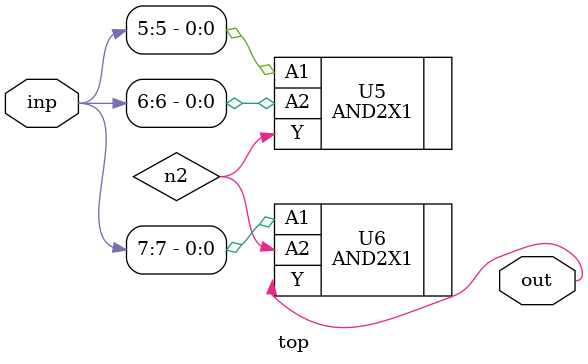
<source format=sv>


module top ( inp, out );
  input [7:0] inp;
  output out;
  wire   n2;

  AND2X1 U5 ( .A1(inp[5]), .A2(inp[6]), .Y(n2) );
  AND2X1 U6 ( .A1(inp[7]), .A2(n2), .Y(out) );
endmodule


</source>
